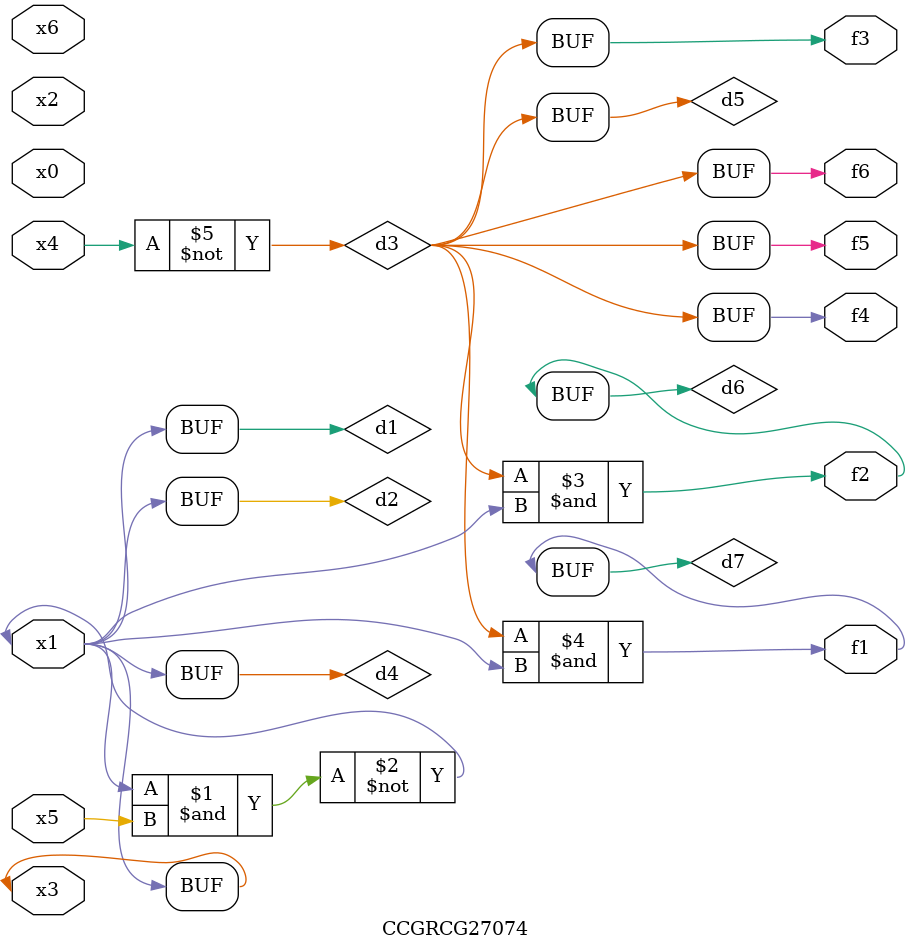
<source format=v>
module CCGRCG27074(
	input x0, x1, x2, x3, x4, x5, x6,
	output f1, f2, f3, f4, f5, f6
);

	wire d1, d2, d3, d4, d5, d6, d7;

	buf (d1, x1, x3);
	nand (d2, x1, x5);
	not (d3, x4);
	buf (d4, d1, d2);
	buf (d5, d3);
	and (d6, d3, d4);
	and (d7, d3, d4);
	assign f1 = d7;
	assign f2 = d6;
	assign f3 = d5;
	assign f4 = d5;
	assign f5 = d5;
	assign f6 = d5;
endmodule

</source>
